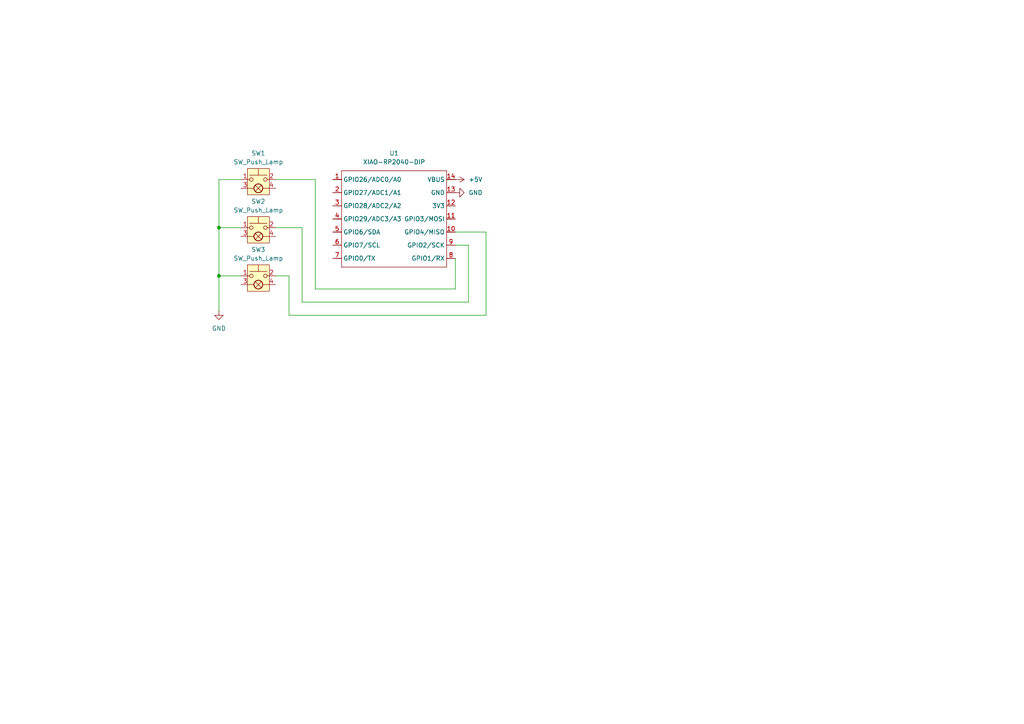
<source format=kicad_sch>
(kicad_sch (version 20231120) (generator "eeschema") (generator_version "8.0")
  (paper "A4")
  (lib_symbols
    (symbol "Switch:SW_Push_Lamp" (pin_names (offset 1.016) hide)
      (property "Reference" "SW" (at 0 7.62 0))
      (property "Value" "SW_Push_Lamp" (at 0 -3.81 0))
      (symbol "SW_Push_Lamp_0_1"
        (circle (center -2.032 2.54) (radius 0.508))
        (polyline (pts (xy -2.54 0) (xy -1.27 0)))
        (polyline (pts (xy -0.889 -0.889) (xy 0.889 0.889)))
        (polyline (pts (xy 0 3.81) (xy 0 5.588)))
        (polyline (pts (xy 0.889 -0.889) (xy -0.889 0.889)))
        (polyline (pts (xy 2.54 0) (xy 1.27 0)))
        (polyline (pts (xy 2.54 3.81) (xy -2.54 3.81)))
        (circle (center 0 0) (radius 1.27) (stroke (width 0.254)))
        (circle (center 2.032 2.54) (radius 0.508))
        (pin passive line (at -5.08 2.54 0) (length 2.54) (name "1") (number "1"))
        (pin passive line (at 5.08 2.54 180) (length 2.54) (name "2") (number "2"))
        (pin passive line (at -5.08 0 0) (length 2.54) (name "L") (number "3"))
        (pin passive line (at 5.08 0 180) (length 2.54) (name "L") (number "4"))
      )
      (symbol "SW_Push_Lamp_1_1"
        (rectangle (start -3.175 5.715) (end 3.175 -1.905) (fill (type background)))
      )
    )
    (symbol "opl:XIAO-RP2040-DIP"
      (property "Reference" "U" (at 0 0 0))
      (property "Value" "XIAO-RP2040-DIP" (at 5.334 -1.778 0))
      (symbol "XIAO-RP2040-DIP_1_0"
        (polyline (pts (xy -1.27 -30.48) (xy -1.27 -16.51)) (stroke (width 0.1524)))
        (polyline (pts (xy -1.27 -27.94) (xy -2.54 -27.94)) (stroke (width 0.1524)))
        (polyline (pts (xy -1.27 -24.13) (xy -2.54 -24.13)) (stroke (width 0.1524)))
        (polyline (pts (xy -1.27 -20.32) (xy -2.54 -20.32)) (stroke (width 0.1524)))
        (polyline (pts (xy -1.27 -16.51) (xy -2.54 -16.51)) (stroke (width 0.1524)))
        (polyline (pts (xy -1.27 -16.51) (xy -1.27 -12.7)) (stroke (width 0.1524)))
        (polyline (pts (xy -1.27 -12.7) (xy -2.54 -12.7)) (stroke (width 0.1524)))
        (polyline (pts (xy -1.27 -12.7) (xy -1.27 -8.89)) (stroke (width 0.1524)))
        (polyline (pts (xy -1.27 -8.89) (xy -2.54 -8.89)) (stroke (width 0.1524)))
        (polyline (pts (xy -1.27 -8.89) (xy -1.27 -5.08)) (stroke (width 0.1524)))
        (polyline (pts (xy -1.27 -5.08) (xy -2.54 -5.08)) (stroke (width 0.1524)))
        (polyline (pts (xy -1.27 -5.08) (xy -1.27 -2.54)) (stroke (width 0.1524)))
        (polyline (pts (xy -1.27 -2.54) (xy 29.21 -2.54)) (stroke (width 0.1524)))
        (polyline (pts (xy 29.21 -30.48) (xy -1.27 -30.48)) (stroke (width 0.1524)))
        (polyline (pts (xy 29.21 -12.7) (xy 29.21 -30.48)) (stroke (width 0.1524)))
        (polyline (pts (xy 29.21 -8.89) (xy 29.21 -12.7)) (stroke (width 0.1524)))
        (polyline (pts (xy 29.21 -5.08) (xy 29.21 -8.89)) (stroke (width 0.1524)))
        (polyline (pts (xy 29.21 -2.54) (xy 29.21 -5.08)) (stroke (width 0.1524)))
        (polyline (pts (xy 30.48 -27.94) (xy 29.21 -27.94)) (stroke (width 0.1524)))
        (polyline (pts (xy 30.48 -24.13) (xy 29.21 -24.13)) (stroke (width 0.1524)))
        (polyline (pts (xy 30.48 -20.32) (xy 29.21 -20.32)) (stroke (width 0.1524)))
        (polyline (pts (xy 30.48 -16.51) (xy 29.21 -16.51)) (stroke (width 0.1524)))
        (polyline (pts (xy 30.48 -12.7) (xy 29.21 -12.7)) (stroke (width 0.1524)))
        (polyline (pts (xy 30.48 -8.89) (xy 29.21 -8.89)) (stroke (width 0.1524)))
        (polyline (pts (xy 30.48 -5.08) (xy 29.21 -5.08)) (stroke (width 0.1524)))
        (pin passive line (at -3.81 -5.08 0) (length 2.54) (name "GPIO26/ADC0/A0") (number "1"))
        (pin passive line (at 31.75 -20.32 180) (length 2.54) (name "GPIO4/MISO") (number "10"))
        (pin passive line (at 31.75 -16.51 180) (length 2.54) (name "GPIO3/MOSI") (number "11"))
        (pin passive line (at 31.75 -12.7 180) (length 2.54) (name "3V3") (number "12"))
        (pin passive line (at 31.75 -8.89 180) (length 2.54) (name "GND") (number "13"))
        (pin passive line (at 31.75 -5.08 180) (length 2.54) (name "VBUS") (number "14"))
        (pin passive line (at -3.81 -8.89 0) (length 2.54) (name "GPIO27/ADC1/A1") (number "2"))
        (pin passive line (at -3.81 -12.7 0) (length 2.54) (name "GPIO28/ADC2/A2") (number "3"))
        (pin passive line (at -3.81 -16.51 0) (length 2.54) (name "GPIO29/ADC3/A3") (number "4"))
        (pin passive line (at -3.81 -20.32 0) (length 2.54) (name "GPIO6/SDA") (number "5"))
        (pin passive line (at -3.81 -24.13 0) (length 2.54) (name "GPIO7/SCL") (number "6"))
        (pin passive line (at -3.81 -27.94 0) (length 2.54) (name "GPIO0/TX") (number "7"))
        (pin passive line (at 31.75 -27.94 180) (length 2.54) (name "GPIO1/RX") (number "8"))
        (pin passive line (at 31.75 -24.13 180) (length 2.54) (name "GPIO2/SCK") (number "9"))
      )
    )
    (symbol "power:+5V" (power) (pin_numbers hide) (pin_names (offset 0) hide)
      (property "Value" "+5V" (at 0 3.556 0))
      (symbol "+5V_0_1"
        (polyline (pts (xy -0.762 1.27) (xy 0 2.54)))
        (polyline (pts (xy 0 0) (xy 0 2.54)))
        (polyline (pts (xy 0 2.54) (xy 0.762 1.27)))
      )
      (symbol "+5V_1_1"
        (pin power_in line (at 0 0 90) (length 0) (name "~") (number "1"))
      )
    )
    (symbol "power:GND" (power) (pin_numbers hide) (pin_names (offset 0) hide)
      (property "Value" "GND" (at 0 -3.81 0))
      (symbol "GND_0_1"
        (polyline (pts (xy 0 0) (xy 0 -1.27) (xy 1.27 -1.27) (xy 0 -2.54) (xy -1.27 -1.27) (xy 0 -1.27)))
      )
      (symbol "GND_1_1"
        (pin power_in line (at 0 0 270) (length 0) (name "~") (number "1"))
      )
    )
  )
  (junction (at 63.5 80.01))
  (junction (at 63.5 66.04))
  (wire (pts (xy 91.44 83.82) (xy 91.44 52.07)))
  (wire (pts (xy 63.5 80.01) (xy 69.85 80.01)))
  (wire (pts (xy 140.97 67.31) (xy 140.97 91.44)))
  (wire (pts (xy 135.89 71.12) (xy 135.89 87.63)))
  (wire (pts (xy 91.44 52.07) (xy 80.01 52.07)))
  (wire (pts (xy 83.82 91.44) (xy 83.82 80.01)))
  (wire (pts (xy 135.89 87.63) (xy 87.63 87.63)))
  (wire (pts (xy 140.97 91.44) (xy 83.82 91.44)))
  (wire (pts (xy 63.5 80.01) (xy 63.5 90.17)))
  (wire (pts (xy 132.08 74.93) (xy 132.08 83.82)))
  (wire (pts (xy 87.63 66.04) (xy 80.01 66.04)))
  (wire (pts (xy 132.08 71.12) (xy 135.89 71.12)))
  (wire (pts (xy 87.63 87.63) (xy 87.63 66.04)))
  (wire (pts (xy 69.85 52.07) (xy 63.5 52.07)))
  (wire (pts (xy 132.08 67.31) (xy 140.97 67.31)))
  (wire (pts (xy 132.08 83.82) (xy 91.44 83.82)))
  (wire (pts (xy 63.5 66.04) (xy 63.5 80.01)))
  (wire (pts (xy 63.5 66.04) (xy 69.85 66.04)))
  (wire (pts (xy 83.82 80.01) (xy 80.01 80.01)))
  (wire (pts (xy 63.5 52.07) (xy 63.5 66.04)))
  (symbol (lib_id "power:GND") (at 132.08 55.88 90) (unit 1)
    (property "Reference" "#PWR01" (effects (hide yes)))
    (property "Value" "GND" (at 135.89 55.8799 90) (effects (justify right)))
    (property "Description" "Power symbol creates a global label with name \"GND\" , ground" (effects (hide yes)))
  )
  (symbol (lib_id "opl:XIAO-RP2040-DIP") (at 100.33 46.99 0) (unit 1)
    (property "Reference" "U1" (at 114.3 44.45 0))
    (property "Value" "XIAO-RP2040-DIP" (at 114.3 46.99 0))
    (property "Footprint" "Seeed Studio XIAO Series Library:XIAO-RP2040-DIP" (effects (hide yes)))
  )
  (symbol (lib_id "Switch:SW_Push_Lamp") (at 74.93 82.55 0) (unit 1)
    (property "Reference" "SW3" (at 74.93 72.39 0))
    (property "Value" "SW_Push_Lamp" (at 74.93 74.93 0))
    (property "Footprint" "Button_Switch_Keyboard:SW_Cherry_MX_1.00u_PCB" (effects (hide yes)))
    (property "Description" "Push button switch with Signal Lamp, generic" (effects (hide yes)))
  )
  (symbol (lib_id "power:GND") (at 63.5 90.17 0) (unit 1)
    (property "Reference" "#PWR02" (effects (hide yes)))
    (property "Value" "GND" (at 63.5 95.25 0))
    (property "Description" "Power symbol creates a global label with name \"GND\" , ground" (effects (hide yes)))
  )
  (symbol (lib_id "Switch:SW_Push_Lamp") (at 74.93 54.61 0) (unit 1)
    (property "Reference" "SW1" (at 74.93 44.45 0))
    (property "Value" "SW_Push_Lamp" (at 74.93 46.99 0))
    (property "Footprint" "Button_Switch_Keyboard:SW_Cherry_MX_1.00u_PCB" (effects (hide yes)))
    (property "Description" "Push button switch with Signal Lamp, generic" (effects (hide yes)))
  )
  (symbol (lib_id "Switch:SW_Push_Lamp") (at 74.93 68.58 0) (unit 1)
    (property "Reference" "SW2" (at 74.93 58.42 0))
    (property "Value" "SW_Push_Lamp" (at 74.93 60.96 0))
    (property "Footprint" "Button_Switch_Keyboard:SW_Cherry_MX_1.00u_PCB" (effects (hide yes)))
    (property "Description" "Push button switch with Signal Lamp, generic" (effects (hide yes)))
  )
  (symbol (lib_id "power:+5V") (at 132.08 52.07 270) (unit 1)
    (property "Reference" "#PWR03" (effects (hide yes)))
    (property "Value" "+5V" (at 135.89 52.0699 90) (effects (justify left)))
    (property "Description" "Power symbol creates a global label with name \"+5V\"" (effects (hide yes)))
  )
)
</source>
